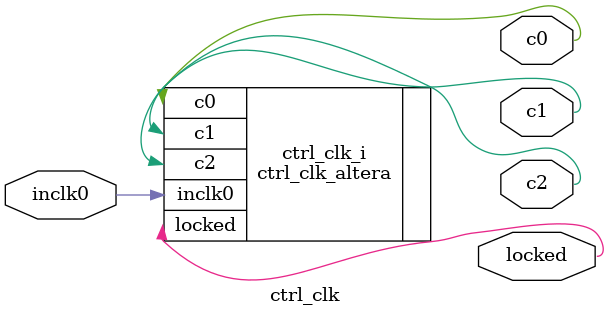
<source format=v>
/* ctrl_clk.v */
/* 2012, rok.krajnc@gmail.com */


module ctrl_clk (
  input  wire inclk0,
  output wire c0,
  output wire c1,
  output wire c2,
  output wire locked
);



ctrl_clk_altera ctrl_clk_i (
  .inclk0   (inclk0 ), // 50 de mi placa
  .c0       (c0     ), // 100
  .c1       (c1     ), // 50
  .c2       (c2     ), // 25
  .locked   (locked )
);



endmodule


</source>
